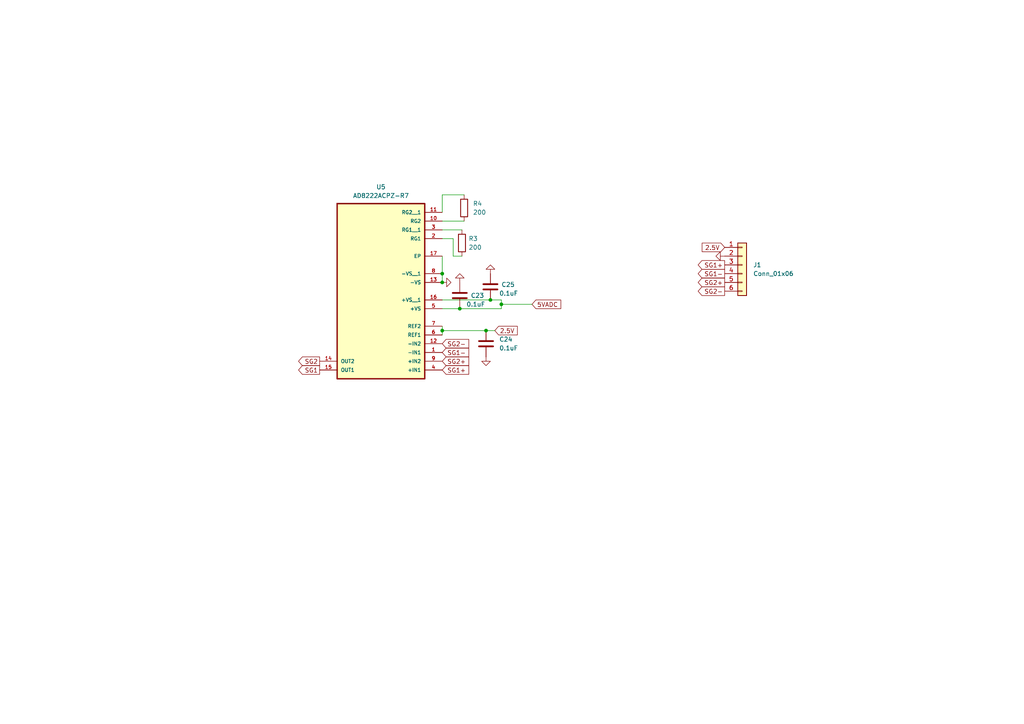
<source format=kicad_sch>
(kicad_sch (version 20230121) (generator eeschema)
  (paper "A4")
  (lib_symbols
    (symbol "Connector_Generic:Conn_01x06" (pin_names (offset 1.016) hide)
      (property "Reference" "J" (at 0 7.62 0))
      (property "Value" "Conn_01x06" (at 0 -10.16 0))
      (symbol "Conn_01x06_1_1"
        (rectangle (start -1.27 -7.493) (end 0 -7.747) (stroke (width 0.1524)))
        (rectangle (start -1.27 -4.953) (end 0 -5.207) (stroke (width 0.1524)))
        (rectangle (start -1.27 -2.413) (end 0 -2.667) (stroke (width 0.1524)))
        (rectangle (start -1.27 0.127) (end 0 -0.127) (stroke (width 0.1524)))
        (rectangle (start -1.27 2.667) (end 0 2.413) (stroke (width 0.1524)))
        (rectangle (start -1.27 5.207) (end 0 4.953) (stroke (width 0.1524)))
        (rectangle (start -1.27 6.35) (end 1.27 -8.89) (stroke (width 0.254)) (fill (type background)))
        (pin passive line (at -5.08 5.08 0) (length 3.81) (name "Pin_1") (number "1"))
        (pin passive line (at -5.08 2.54 0) (length 3.81) (name "Pin_2") (number "2"))
        (pin passive line (at -5.08 0 0) (length 3.81) (name "Pin_3") (number "3"))
        (pin passive line (at -5.08 -2.54 0) (length 3.81) (name "Pin_4") (number "4"))
        (pin passive line (at -5.08 -5.08 0) (length 3.81) (name "Pin_5") (number "5"))
        (pin passive line (at -5.08 -7.62 0) (length 3.81) (name "Pin_6") (number "6"))
      )
    )
    (symbol "Device:C" (pin_numbers hide) (pin_names (offset 0.254))
      (property "Reference" "C" (at 0.635 2.54 0))
      (property "Value" "C" (at 0.635 -2.54 0))
      (symbol "C_0_1"
        (polyline (pts (xy -2.032 -0.762) (xy 2.032 -0.762)) (stroke (width 0.508)))
        (polyline (pts (xy -2.032 0.762) (xy 2.032 0.762)) (stroke (width 0.508)))
      )
      (symbol "C_1_1"
        (pin passive line (at 0 3.81 270) (length 2.794) (name "~") (number "1"))
        (pin passive line (at 0 -3.81 90) (length 2.794) (name "~") (number "2"))
      )
    )
    (symbol "Device:R" (pin_numbers hide) (pin_names (offset 0))
      (property "Reference" "R" (at 2.032 0 90))
      (property "Value" "R" (at 0 0 90))
      (symbol "R_0_1"
        (rectangle (start -1.016 -2.54) (end 1.016 2.54) (stroke (width 0.254)))
      )
      (symbol "R_1_1"
        (pin passive line (at 0 3.81 270) (length 1.27) (name "~") (number "1"))
        (pin passive line (at 0 -3.81 90) (length 1.27) (name "~") (number "2"))
      )
    )
    (symbol "mainbox:AD8222ACPZ-R7" (pin_names (offset 1.016))
      (property "Reference" "U" (at -12.7 21.32 0))
      (property "Value" "AD8222ACPZ-R7" (at -12.7 -34.48 0))
      (symbol "AD8222ACPZ-R7_0_0"
        (rectangle (start -12.7 -30.48) (end 12.7 20.32) (stroke (width 0.41)) (fill (type background)))
        (pin input line (at -17.78 12.7 0) (length 5.08) (name "-IN1") (number "1"))
        (pin bidirectional line (at -17.78 -25.4 0) (length 5.08) (name "RG2") (number "10"))
        (pin bidirectional line (at -17.78 -27.94 0) (length 5.08) (name "RG2__1") (number "11"))
        (pin input line (at -17.78 10.16 0) (length 5.08) (name "-IN2") (number "12"))
        (pin bidirectional line (at -17.78 -7.62 0) (length 5.08) (name "-VS") (number "13"))
        (pin output line (at 17.78 15.24 180) (length 5.08) (name "OUT2") (number "14"))
        (pin output line (at 17.78 17.78 180) (length 5.08) (name "OUT1") (number "15"))
        (pin bidirectional line (at -17.78 -2.54 0) (length 5.08) (name "+VS__1") (number "16"))
        (pin bidirectional line (at -17.78 -15.24 0) (length 5.08) (name "EP") (number "17"))
        (pin bidirectional line (at -17.78 -20.32 0) (length 5.08) (name "RG1") (number "2"))
        (pin bidirectional line (at -17.78 -22.86 0) (length 5.08) (name "RG1__1") (number "3"))
        (pin input line (at -17.78 17.78 0) (length 5.08) (name "+IN1") (number "4"))
        (pin bidirectional line (at -17.78 0 0) (length 5.08) (name "+VS") (number "5"))
        (pin input line (at -17.78 7.62 0) (length 5.08) (name "REF1") (number "6"))
        (pin input line (at -17.78 5.08 0) (length 5.08) (name "REF2") (number "7"))
        (pin bidirectional line (at -17.78 -10.16 0) (length 5.08) (name "-VS__1") (number "8"))
        (pin input line (at -17.78 15.24 0) (length 5.08) (name "+IN2") (number "9"))
      )
    )
    (symbol "power:GND" (power) (pin_names (offset 0))
      (property "Value" "GND" (at 0 -3.81 0))
      (symbol "GND_0_1"
        (polyline (pts (xy 0 0) (xy 0 -1.27) (xy 1.27 -1.27) (xy 0 -2.54) (xy -1.27 -1.27) (xy 0 -1.27)))
      )
      (symbol "GND_1_1"
        (pin power_in line (at 0 0 270) (length 0) hide (name "GND") (number "1"))
      )
    )
  )
  (junction (at 133.35 89.535))
  (junction (at 142.24 86.995))
  (junction (at 128.27 95.885))
  (junction (at 145.415 88.265))
  (junction (at 128.27 81.915))
  (junction (at 140.97 95.885))
  (junction (at 128.27 79.375))
  (wire (pts (xy 128.27 89.535) (xy 133.35 89.535)))
  (wire (pts (xy 128.27 95.885) (xy 140.97 95.885)))
  (wire (pts (xy 128.27 56.515) (xy 134.62 56.515)))
  (wire (pts (xy 145.415 86.995) (xy 145.415 88.265)))
  (wire (pts (xy 128.27 94.615) (xy 128.27 95.885)))
  (wire (pts (xy 142.24 86.995) (xy 145.415 86.995)))
  (wire (pts (xy 140.97 95.885) (xy 143.51 95.885)))
  (wire (pts (xy 128.27 86.995) (xy 142.24 86.995)))
  (wire (pts (xy 128.27 69.215) (xy 131.445 69.215)))
  (wire (pts (xy 145.415 89.535) (xy 145.415 88.265)))
  (wire (pts (xy 128.27 66.675) (xy 133.985 66.675)))
  (wire (pts (xy 131.445 69.215) (xy 131.445 74.295)))
  (wire (pts (xy 128.27 95.885) (xy 128.27 97.155)))
  (wire (pts (xy 128.27 79.375) (xy 128.27 81.915)))
  (wire (pts (xy 128.27 74.295) (xy 128.27 79.375)))
  (wire (pts (xy 133.35 89.535) (xy 145.415 89.535)))
  (wire (pts (xy 131.445 74.295) (xy 133.985 74.295)))
  (wire (pts (xy 145.415 88.265) (xy 154.305 88.265)))
  (wire (pts (xy 128.27 61.595) (xy 128.27 56.515)))
  (wire (pts (xy 128.27 64.135) (xy 134.62 64.135)))
  (global_label "SG1" (shape output) (at 92.71 107.315 180) (property "Intersheetrefs" "${INTERSHEET_REFS}" (effects hide)))
  (global_label "2.5V" (shape input) (at 143.51 95.885 0) (property "Intersheetrefs" "${INTERSHEET_REFS}" (effects hide)))
  (global_label "2.5V" (shape input) (at 210.185 71.755 180) (property "Intersheetrefs" "${INTERSHEET_REFS}" (effects hide)))
  (global_label "SG1+" (shape output) (at 210.185 76.835 180) (property "Intersheetrefs" "${INTERSHEET_REFS}" (effects hide)))
  (global_label "SG1-" (shape output) (at 210.185 79.375 180) (property "Intersheetrefs" "${INTERSHEET_REFS}" (effects hide)))
  (global_label "SG2-" (shape output) (at 210.185 84.455 180) (property "Intersheetrefs" "${INTERSHEET_REFS}" (effects hide)))
  (global_label "SG2+" (shape output) (at 210.185 81.915 180) (property "Intersheetrefs" "${INTERSHEET_REFS}" (effects hide)))
  (global_label "SG2-" (shape input) (at 128.27 99.695 0) (property "Intersheetrefs" "${INTERSHEET_REFS}" (effects hide)))
  (global_label "SG2+" (shape input) (at 128.27 104.775 0) (property "Intersheetrefs" "${INTERSHEET_REFS}" (effects hide)))
  (global_label "5VADC" (shape input) (at 154.305 88.265 0) (property "Intersheetrefs" "${INTERSHEET_REFS}" (effects hide)))
  (global_label "SG1+" (shape input) (at 128.27 107.315 0) (property "Intersheetrefs" "${INTERSHEET_REFS}" (effects hide)))
  (global_label "SG1-" (shape input) (at 128.27 102.235 0) (property "Intersheetrefs" "${INTERSHEET_REFS}" (effects hide)))
  (global_label "SG2" (shape output) (at 92.71 104.775 180) (property "Intersheetrefs" "${INTERSHEET_REFS}" (effects hide)))
  (symbol (lib_id "power:GND") (at 133.35 81.915 180) (unit 1)
    (property "Reference" "#PWR045" (effects hide))
    (property "Value" "GND" (effects hide))
    (instances (project "mainbox1.0" (path "" (reference "#PWR045") (unit 1))) (project "Mainboard_priv" (path "" (reference "#PWR058") (unit 1))))
  )
  (symbol (lib_id "Device:C") (at 142.24 83.185 0) (unit 1)
    (property "Reference" "C25" (at 145.415 82.55 0) (effects (justify left)))
    (property "Value" "0.1uF" (at 144.78 85.09 0) (effects (justify left)))
    (property "Footprint" "Capacitor_SMD:C_0603_1608Metric" (effects hide))
    (instances (project "mainbox1.0" (path "" (reference "C25") (unit 1))) (project "Mainboard_priv" (path "" (reference "C31") (unit 1))))
  )
  (symbol (lib_id "power:GND") (at 128.27 81.915 90) (unit 1)
    (property "Reference" "#PWR044" (effects hide))
    (property "Value" "GND" (effects hide))
    (instances (project "mainbox1.0" (path "" (reference "#PWR044") (unit 1))) (project "Mainboard_priv" (path "" (reference "#PWR057") (unit 1))))
  )
  (symbol (lib_id "mainbox:AD8222ACPZ-R7") (at 110.49 89.535 180) (unit 1)
    (property "Reference" "U5" (at 110.49 54.229 0))
    (property "Value" "AD8222ACPZ-R7" (at 110.49 56.769 0))
    (property "Footprint" "21xt_footprints:AD8222ACPZ-R7" (effects hide))
    (instances (project "mainbox1.0" (path "" (reference "U5") (unit 1))) (project "mainbox" (path "" (reference "U6") (unit 1))) (project "Mainboard_priv" (path "" (reference "U5") (unit 1))))
  )
  (symbol (lib_id "Device:R") (at 134.62 60.325 0) (unit 1)
    (property "Reference" "R4" (at 137.16 59.055 0) (effects (justify left)))
    (property "Value" "200" (at 137.16 61.595 0) (effects (justify left)))
    (property "Footprint" "Resistor_SMD:R_0603_1608Metric" (effects hide))
    (instances (project "mainbox1.0" (path "" (reference "R4") (unit 1))) (project "Mainboard_priv" (path "" (reference "R7") (unit 1))))
  )
  (symbol (lib_id "power:GND") (at 210.185 74.295 270) (unit 1)
    (property "Reference" "#PWR01" (effects hide))
    (property "Value" "GND" (effects hide))
    (instances (project "mainbox1.0" (path "" (reference "#PWR01") (unit 1))) (project "Mainboard_priv" (path "" (reference "#PWR055") (unit 1))))
  )
  (symbol (lib_id "power:GND") (at 142.24 79.375 180) (unit 1)
    (property "Reference" "#PWR047" (effects hide))
    (property "Value" "GND" (effects hide))
    (instances (project "mainbox1.0" (path "" (reference "#PWR047") (unit 1))) (project "Mainboard_priv" (path "" (reference "#PWR059") (unit 1))))
  )
  (symbol (lib_id "Device:C") (at 133.35 85.725 0) (unit 1)
    (property "Reference" "C23" (at 136.525 85.725 0) (effects (justify left)))
    (property "Value" "0.1uF" (at 135.255 88.265 0) (effects (justify left)))
    (property "Footprint" "Capacitor_SMD:C_0603_1608Metric" (effects hide))
    (instances (project "mainbox1.0" (path "" (reference "C23") (unit 1))) (project "Mainboard_priv" (path "" (reference "C29") (unit 1))))
  )
  (symbol (lib_id "power:GND") (at 140.97 103.505 0) (unit 1)
    (property "Reference" "#PWR046" (effects hide))
    (property "Value" "GND" (effects hide))
    (instances (project "mainbox1.0" (path "" (reference "#PWR046") (unit 1))) (project "Mainboard_priv" (path "" (reference "#PWR056") (unit 1))))
  )
  (symbol (lib_id "Connector_Generic:Conn_01x06") (at 215.265 76.835 0) (unit 1)
    (property "Reference" "J1" (at 218.44 76.835 0) (effects (justify left)))
    (property "Value" "Conn_01x06" (at 218.44 79.375 0) (effects (justify left)))
    (instances (project "mainbox1.0" (path "" (reference "J1") (unit 1))) (project "Mainboard_priv" (path "" (reference "J10") (unit 1))))
  )
  (symbol (lib_id "Device:R") (at 133.985 70.485 0) (unit 1)
    (property "Reference" "R3" (at 135.89 69.215 0) (effects (justify left)))
    (property "Value" "200" (at 135.89 71.755 0) (effects (justify left)))
    (property "Footprint" "Resistor_SMD:R_0603_1608Metric" (effects hide))
    (instances (project "mainbox1.0" (path "" (reference "R3") (unit 1))) (project "Mainboard_priv" (path "" (reference "R6") (unit 1))))
  )
  (symbol (lib_id "Device:C") (at 140.97 99.695 0) (unit 1)
    (property "Reference" "C24" (at 144.78 98.425 0) (effects (justify left)))
    (property "Value" "0.1uF" (at 144.78 100.965 0) (effects (justify left)))
    (property "Footprint" "Capacitor_SMD:C_0603_1608Metric" (effects hide))
    (instances (project "mainbox1.0" (path "" (reference "C24") (unit 1))) (project "Mainboard_priv" (path "" (reference "C30") (unit 1))))
  )
)
</source>
